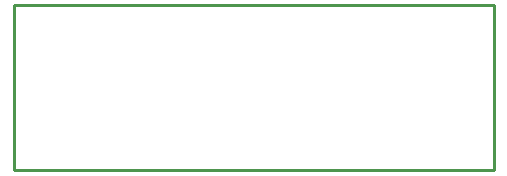
<source format=gko>
%FSLAX24Y24*%
%MOIN*%
G70*
G01*
G75*
G04 Layer_Color=16711935*
%ADD10R,0.1000X0.0291*%
%ADD11R,0.1250X0.0500*%
%ADD12C,0.0120*%
%ADD13C,0.0400*%
%ADD14C,0.0039*%
%ADD15C,0.0100*%
%ADD16R,0.0315X0.0540*%
%ADD17R,0.1060X0.0351*%
%ADD18R,0.1310X0.0560*%
D15*
X-8000Y2750D02*
X8000D01*
Y-2750D02*
Y2750D01*
X-8000Y-2750D02*
X8000D01*
X-8000D02*
Y2750D01*
M02*

</source>
